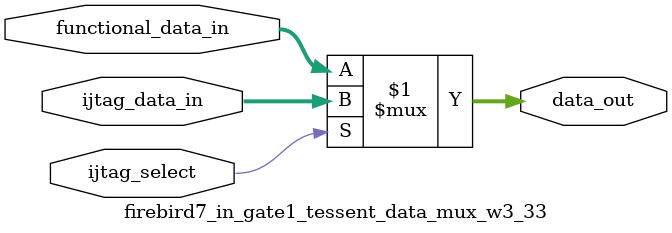
<source format=sv>

module firebird7_in_gate1_tessent_data_mux_w3_33 (
  input wire ijtag_select,
  input wire [2:0]  functional_data_in,
  input wire [2:0]  ijtag_data_in,
  output wire [2:0] data_out
);
assign data_out = (ijtag_select) ? ijtag_data_in : functional_data_in;
endmodule

</source>
